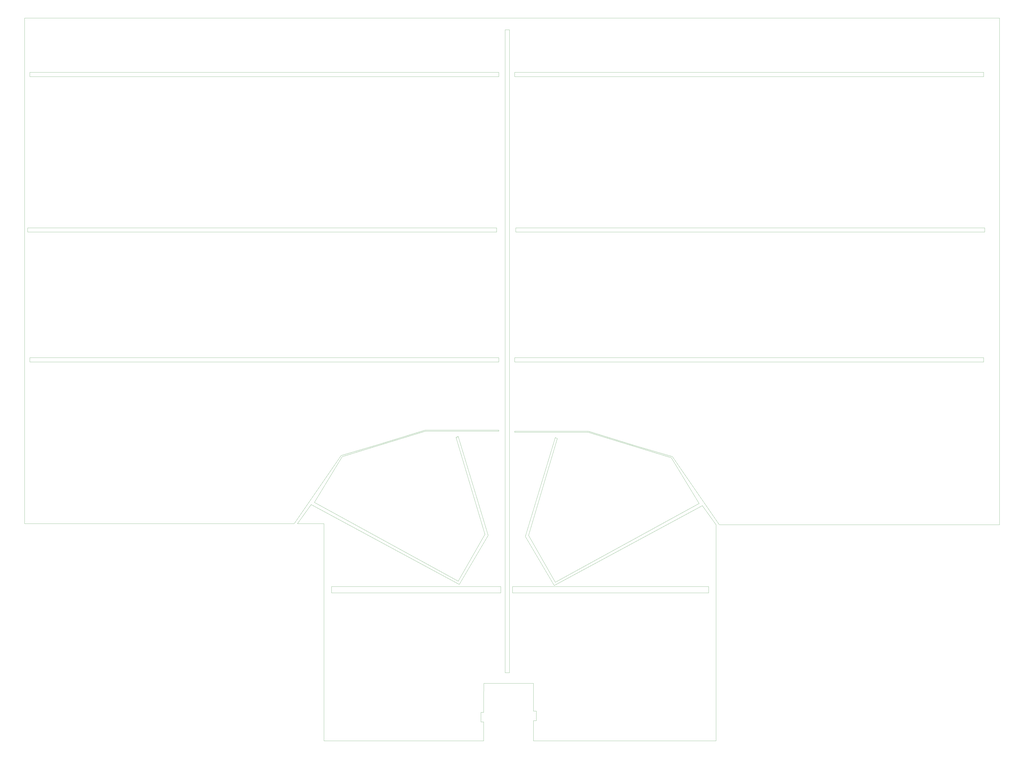
<source format=gbr>
%TF.GenerationSoftware,KiCad,Pcbnew,6.0.10-86aedd382b~118~ubuntu22.04.1*%
%TF.CreationDate,2022-12-23T12:35:11+01:00*%
%TF.ProjectId,Europe-flex,4575726f-7065-42d6-966c-65782e6b6963,rev?*%
%TF.SameCoordinates,Original*%
%TF.FileFunction,Profile,NP*%
%FSLAX46Y46*%
G04 Gerber Fmt 4.6, Leading zero omitted, Abs format (unit mm)*
G04 Created by KiCad (PCBNEW 6.0.10-86aedd382b~118~ubuntu22.04.1) date 2022-12-23 12:35:11*
%MOMM*%
%LPD*%
G01*
G04 APERTURE LIST*
%TA.AperFunction,Profile*%
%ADD10C,0.100000*%
%TD*%
%TA.AperFunction,Profile*%
%ADD11C,0.010000*%
%TD*%
G04 APERTURE END LIST*
D10*
X324325000Y-370610000D02*
X324300000Y-374000000D01*
X88000000Y-194000000D02*
X308000000Y-194000000D01*
X308000000Y-194000000D02*
X308000000Y-196000000D01*
X308000000Y-196000000D02*
X88000000Y-196000000D01*
X88000000Y-196000000D02*
X88000000Y-194000000D01*
X300945000Y-371730000D02*
X300900000Y-374000000D01*
X403500000Y-263500000D02*
X334000000Y-301000000D01*
X85500000Y-34500000D02*
X310000000Y-34500000D01*
X389500000Y-240500000D02*
X411500000Y-272500000D01*
X402000000Y-262500000D02*
X389000000Y-241000000D01*
X303000000Y-277500000D02*
X289500000Y-300500000D01*
X542950000Y-272500000D02*
X411500000Y-272500000D01*
X212000000Y-272000000D02*
X85500000Y-272000000D01*
X543000000Y-34500000D02*
X542950000Y-272500000D01*
X85500000Y-272000000D02*
X85500000Y-34500000D01*
X410000000Y-272500000D02*
X410000000Y-374000000D01*
X316000000Y-133000000D02*
X536000000Y-133000000D01*
X536000000Y-133000000D02*
X536000000Y-135000000D01*
X536000000Y-135000000D02*
X316000000Y-135000000D01*
X316000000Y-135000000D02*
X316000000Y-133000000D01*
X335500000Y-232000000D02*
X322000000Y-277500000D01*
X308000000Y-228000000D02*
X308000000Y-228500000D01*
X289000000Y-299000000D02*
X301500000Y-277000000D01*
X289000000Y-231000000D02*
X303000000Y-277500000D01*
X334500000Y-299500000D02*
X402000000Y-262500000D01*
X314500000Y-301500000D02*
X406500000Y-301500000D01*
X406500000Y-301500000D02*
X406500000Y-304500000D01*
X406500000Y-304500000D02*
X314500000Y-304500000D01*
X314500000Y-304500000D02*
X314500000Y-301500000D01*
X229500000Y-301500000D02*
X309000000Y-301500000D01*
X309000000Y-301500000D02*
X309000000Y-304500000D01*
X309000000Y-304500000D02*
X229500000Y-304500000D01*
X229500000Y-304500000D02*
X229500000Y-301500000D01*
X289500000Y-300500000D02*
X220000000Y-263000000D01*
X389000000Y-241000000D02*
X350000000Y-229000000D01*
X334000000Y-301000000D02*
X320500000Y-278000000D01*
X311000000Y-40000000D02*
X313000000Y-40000000D01*
X313000000Y-40000000D02*
X313000000Y-342000000D01*
X313000000Y-342000000D02*
X311000000Y-342000000D01*
X311000000Y-342000000D02*
X311000000Y-40000000D01*
X322000000Y-277500000D02*
X334500000Y-299500000D01*
X234500000Y-240500000D02*
X221500000Y-262000000D01*
X301500000Y-277000000D02*
X288000000Y-231500000D01*
X350000000Y-228500000D02*
X372500000Y-235500000D01*
X273500000Y-228500000D02*
X234500000Y-240500000D01*
X315500000Y-228500000D02*
X350000000Y-228500000D01*
X226000000Y-374000000D02*
X226000000Y-272000000D01*
X220000000Y-263000000D02*
X213500000Y-272000000D01*
X310000000Y-34500000D02*
X543000000Y-34500000D01*
X320500000Y-278000000D02*
X334500000Y-231500000D01*
X372500000Y-235500000D02*
X389500000Y-240500000D01*
X234000000Y-240000000D02*
X251000000Y-235000000D01*
X324320000Y-347000000D02*
X324325000Y-353410000D01*
X334500000Y-231500000D02*
X335500000Y-232000000D01*
X301000000Y-347000000D02*
X324320000Y-347000000D01*
X251000000Y-235000000D02*
X273500000Y-228000000D01*
X410000000Y-374000000D02*
X324300000Y-374000000D01*
X273500000Y-228000000D02*
X308000000Y-228000000D01*
X226000000Y-272000000D02*
X213500000Y-272000000D01*
X300945000Y-354530000D02*
X301000000Y-347000000D01*
X315500000Y-194000000D02*
X535500000Y-194000000D01*
X535500000Y-194000000D02*
X535500000Y-196000000D01*
X535500000Y-196000000D02*
X315500000Y-196000000D01*
X315500000Y-196000000D02*
X315500000Y-194000000D01*
X221500000Y-262000000D02*
X289000000Y-299000000D01*
X300900000Y-374000000D02*
X226000000Y-374000000D01*
X350000000Y-229000000D02*
X315500000Y-229000000D01*
X315500000Y-60000000D02*
X535500000Y-60000000D01*
X535500000Y-60000000D02*
X535500000Y-62000000D01*
X535500000Y-62000000D02*
X315500000Y-62000000D01*
X315500000Y-62000000D02*
X315500000Y-60000000D01*
X410000000Y-272500000D02*
X403500000Y-263500000D01*
X212000000Y-272000000D02*
X234000000Y-240000000D01*
X88000000Y-60000000D02*
X308000000Y-60000000D01*
X308000000Y-60000000D02*
X308000000Y-62000000D01*
X308000000Y-62000000D02*
X88000000Y-62000000D01*
X88000000Y-62000000D02*
X88000000Y-60000000D01*
X315500000Y-229000000D02*
X315500000Y-228500000D01*
X87000000Y-133000000D02*
X307000000Y-133000000D01*
X307000000Y-133000000D02*
X307000000Y-135000000D01*
X307000000Y-135000000D02*
X87000000Y-135000000D01*
X87000000Y-135000000D02*
X87000000Y-133000000D01*
X308000000Y-228500000D02*
X273500000Y-228500000D01*
X288000000Y-231500000D02*
X289000000Y-231000000D01*
D11*
%TO.C,J1*%
X325625000Y-360010000D02*
X324325000Y-360010000D01*
X325625000Y-364510000D02*
X325625000Y-360010000D01*
X324325000Y-360010000D02*
X324325000Y-353410000D01*
X324325000Y-370610000D02*
X324325000Y-364510000D01*
X324325000Y-364510000D02*
X325625000Y-364510000D01*
%TO.C,J2*%
X300945000Y-354530000D02*
X300945000Y-360630000D01*
X300945000Y-365130000D02*
X300945000Y-371730000D01*
X300945000Y-360630000D02*
X299645000Y-360630000D01*
X299645000Y-360630000D02*
X299645000Y-365130000D01*
X299645000Y-365130000D02*
X300945000Y-365130000D01*
%TD*%
M02*

</source>
